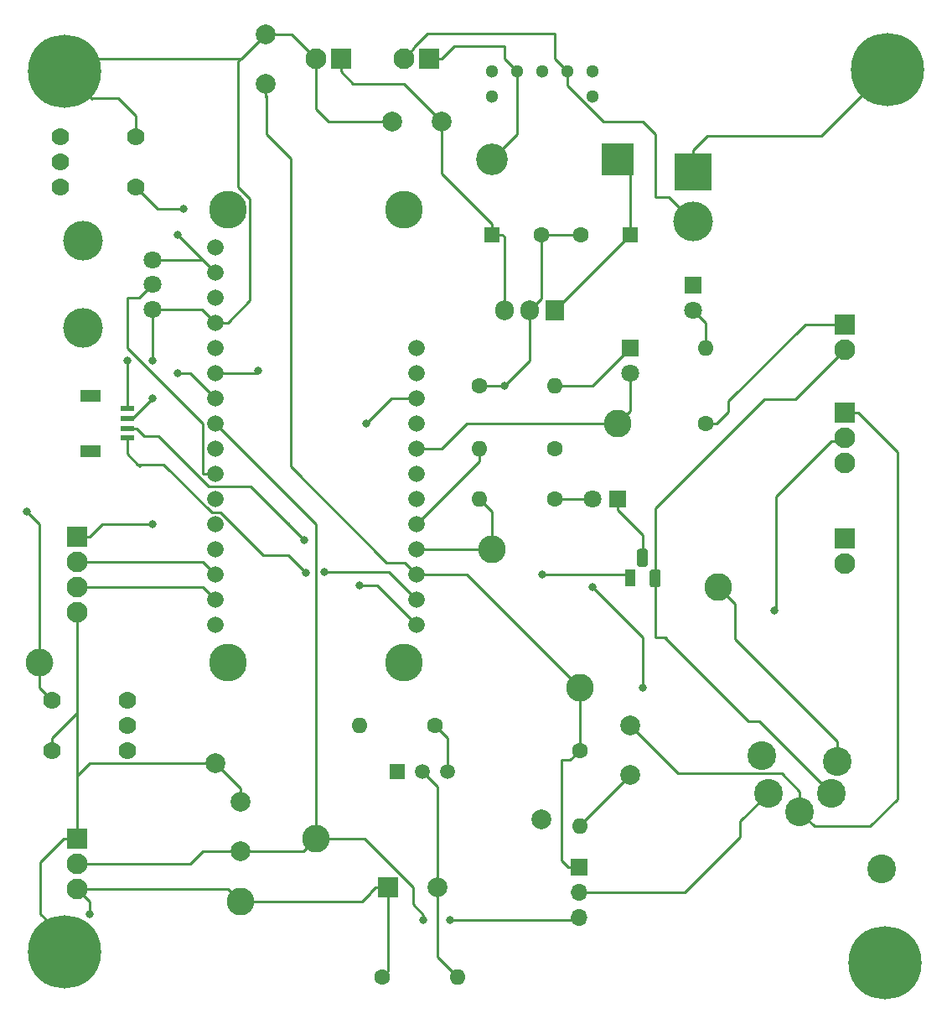
<source format=gbr>
G04 #@! TF.GenerationSoftware,KiCad,Pcbnew,(5.1.4)-1*
G04 #@! TF.CreationDate,2020-05-29T18:00:16-04:00*
G04 #@! TF.ProjectId,CameraTriggerSensorNodeOnly,43616d65-7261-4547-9269-676765725365,rev?*
G04 #@! TF.SameCoordinates,Original*
G04 #@! TF.FileFunction,Copper,L1,Top*
G04 #@! TF.FilePolarity,Positive*
%FSLAX46Y46*%
G04 Gerber Fmt 4.6, Leading zero omitted, Abs format (unit mm)*
G04 Created by KiCad (PCBNEW (5.1.4)-1) date 2020-05-29 18:00:16*
%MOMM*%
%LPD*%
G04 APERTURE LIST*
%ADD10C,2.900000*%
%ADD11O,1.700000X1.700000*%
%ADD12R,1.700000X1.700000*%
%ADD13C,4.000000*%
%ADD14C,1.800000*%
%ADD15R,1.998980X1.198880*%
%ADD16R,1.348740X0.599440*%
%ADD17C,2.100000*%
%ADD18R,2.100000X2.100000*%
%ADD19O,1.905000X2.000000*%
%ADD20R,1.905000X2.000000*%
%ADD21C,2.800000*%
%ADD22C,2.000000*%
%ADD23C,1.778000*%
%ADD24C,1.300000*%
%ADD25O,1.600000X1.600000*%
%ADD26C,1.600000*%
%ADD27R,3.800000X3.800000*%
%ADD28C,7.400000*%
%ADD29R,1.800000X1.800000*%
%ADD30O,3.200000X3.200000*%
%ADD31R,3.200000X3.200000*%
%ADD32R,1.600000X1.600000*%
%ADD33R,2.000000X2.000000*%
%ADD34C,1.665000*%
%ADD35C,3.810000*%
%ADD36C,0.100000*%
%ADD37C,1.100000*%
%ADD38R,1.100000X1.800000*%
%ADD39C,1.500000*%
%ADD40R,1.500000X1.500000*%
%ADD41C,0.800000*%
%ADD42C,0.250000*%
G04 APERTURE END LIST*
D10*
X164490400Y-112903000D03*
X161315400Y-110998000D03*
X160680400Y-107188000D03*
X172745400Y-118618000D03*
X168300400Y-107823000D03*
X167665400Y-110998000D03*
D11*
X142163800Y-123520200D03*
X142163800Y-120980200D03*
D12*
X142163800Y-118440200D03*
D13*
X92060000Y-55250000D03*
X92060000Y-64050000D03*
D14*
X99060000Y-57150000D03*
X99060000Y-59650000D03*
X99060000Y-62150000D03*
D15*
X92847160Y-70860920D03*
X92847160Y-76459080D03*
D16*
X96520000Y-75158600D03*
X96520000Y-74157840D03*
X96520000Y-73162160D03*
X96520000Y-72161400D03*
D17*
X91440000Y-92710000D03*
X91440000Y-90170000D03*
X91440000Y-87630000D03*
D18*
X91440000Y-85090000D03*
D19*
X134620000Y-62230000D03*
X137160000Y-62230000D03*
D20*
X139700000Y-62230000D03*
D21*
X87630000Y-97790000D03*
X146050000Y-73660000D03*
X133350000Y-86360000D03*
X107950000Y-121920000D03*
X156210000Y-90170000D03*
X142240000Y-100330000D03*
X115570000Y-115570000D03*
D22*
X138404600Y-113665000D03*
D23*
X96520000Y-106680000D03*
X96520000Y-104140000D03*
X96520000Y-101600000D03*
X88900000Y-101600000D03*
X88900000Y-106680000D03*
D24*
X140970000Y-38100000D03*
X138430000Y-38100000D03*
X135890000Y-38100000D03*
X143510000Y-38100000D03*
X133350000Y-38100000D03*
X143510000Y-40640000D03*
X133350000Y-40640000D03*
D25*
X142240000Y-114300000D03*
D26*
X142240000Y-106680000D03*
D25*
X139700000Y-69850000D03*
D26*
X132080000Y-69850000D03*
D25*
X154940000Y-66040000D03*
D26*
X154940000Y-73660000D03*
D25*
X132080000Y-76200000D03*
D26*
X139700000Y-76200000D03*
D25*
X132080000Y-81280000D03*
D26*
X139700000Y-81280000D03*
D17*
X124460000Y-36830000D03*
D18*
X127000000Y-36830000D03*
D17*
X115570000Y-36830000D03*
D18*
X118110000Y-36830000D03*
D17*
X169062400Y-77622400D03*
X169062400Y-75082400D03*
D18*
X169062400Y-72542400D03*
D17*
X169062400Y-66192400D03*
D18*
X169062400Y-63652400D03*
D17*
X91440000Y-120650000D03*
X91440000Y-118110000D03*
D18*
X91440000Y-115570000D03*
D17*
X169062400Y-87782400D03*
D18*
X169062400Y-85242400D03*
D13*
X153670000Y-53260000D03*
D27*
X153670000Y-48260000D03*
D28*
X90170000Y-127000000D03*
X173355000Y-37922200D03*
X90170000Y-38100000D03*
X173101000Y-128143000D03*
D22*
X105410000Y-107950000D03*
D14*
X153670000Y-62230000D03*
D29*
X153670000Y-59690000D03*
D30*
X133350000Y-46990000D03*
D31*
X146050000Y-46990000D03*
D14*
X147320000Y-68580000D03*
D29*
X147320000Y-66040000D03*
D14*
X143510000Y-81280000D03*
D29*
X146050000Y-81280000D03*
D22*
X110490000Y-34370000D03*
X110490000Y-39370000D03*
X107950000Y-111840000D03*
X107950000Y-116840000D03*
X147320000Y-109140000D03*
X147320000Y-104140000D03*
X123270000Y-43180000D03*
X128270000Y-43180000D03*
D26*
X138350000Y-54610000D03*
D32*
X133350000Y-54610000D03*
D26*
X142320000Y-54610000D03*
D32*
X147320000Y-54610000D03*
D22*
X127859800Y-120523000D03*
D33*
X122859800Y-120523000D03*
D34*
X125730000Y-66040000D03*
X125730000Y-68580000D03*
X125730000Y-71120000D03*
X125730000Y-73660000D03*
X125730000Y-76200000D03*
X125730000Y-78740000D03*
X125730000Y-81280000D03*
X125730000Y-83820000D03*
X125730000Y-86360000D03*
X125730000Y-88900000D03*
X125730000Y-91440000D03*
X125730000Y-93980000D03*
X105410000Y-93980000D03*
X105410000Y-91440000D03*
X105410000Y-88900000D03*
X105410000Y-86360000D03*
X105410000Y-83820000D03*
X105410000Y-81280000D03*
X105410000Y-78740000D03*
X105410000Y-76200000D03*
X105410000Y-73660000D03*
X105410000Y-71120000D03*
X105410000Y-68580000D03*
X105410000Y-66040000D03*
X105410000Y-63500000D03*
X105410000Y-60960000D03*
X105410000Y-58420000D03*
X105410000Y-55880000D03*
D35*
X106680000Y-52070000D03*
X124460000Y-52070000D03*
X106680000Y-97790000D03*
X124460000Y-97790000D03*
D36*
G36*
X148891955Y-86331324D02*
G01*
X148918650Y-86335284D01*
X148944828Y-86341841D01*
X148970238Y-86350933D01*
X148994634Y-86362472D01*
X149017782Y-86376346D01*
X149039458Y-86392422D01*
X149059454Y-86410546D01*
X149077578Y-86430542D01*
X149093654Y-86452218D01*
X149107528Y-86475366D01*
X149119067Y-86499762D01*
X149128159Y-86525172D01*
X149134716Y-86551350D01*
X149138676Y-86578045D01*
X149140000Y-86605000D01*
X149140000Y-87855000D01*
X149138676Y-87881955D01*
X149134716Y-87908650D01*
X149128159Y-87934828D01*
X149119067Y-87960238D01*
X149107528Y-87984634D01*
X149093654Y-88007782D01*
X149077578Y-88029458D01*
X149059454Y-88049454D01*
X149039458Y-88067578D01*
X149017782Y-88083654D01*
X148994634Y-88097528D01*
X148970238Y-88109067D01*
X148944828Y-88118159D01*
X148918650Y-88124716D01*
X148891955Y-88128676D01*
X148865000Y-88130000D01*
X148315000Y-88130000D01*
X148288045Y-88128676D01*
X148261350Y-88124716D01*
X148235172Y-88118159D01*
X148209762Y-88109067D01*
X148185366Y-88097528D01*
X148162218Y-88083654D01*
X148140542Y-88067578D01*
X148120546Y-88049454D01*
X148102422Y-88029458D01*
X148086346Y-88007782D01*
X148072472Y-87984634D01*
X148060933Y-87960238D01*
X148051841Y-87934828D01*
X148045284Y-87908650D01*
X148041324Y-87881955D01*
X148040000Y-87855000D01*
X148040000Y-86605000D01*
X148041324Y-86578045D01*
X148045284Y-86551350D01*
X148051841Y-86525172D01*
X148060933Y-86499762D01*
X148072472Y-86475366D01*
X148086346Y-86452218D01*
X148102422Y-86430542D01*
X148120546Y-86410546D01*
X148140542Y-86392422D01*
X148162218Y-86376346D01*
X148185366Y-86362472D01*
X148209762Y-86350933D01*
X148235172Y-86341841D01*
X148261350Y-86335284D01*
X148288045Y-86331324D01*
X148315000Y-86330000D01*
X148865000Y-86330000D01*
X148891955Y-86331324D01*
X148891955Y-86331324D01*
G37*
D37*
X148590000Y-87230000D03*
D36*
G36*
X150161955Y-88401324D02*
G01*
X150188650Y-88405284D01*
X150214828Y-88411841D01*
X150240238Y-88420933D01*
X150264634Y-88432472D01*
X150287782Y-88446346D01*
X150309458Y-88462422D01*
X150329454Y-88480546D01*
X150347578Y-88500542D01*
X150363654Y-88522218D01*
X150377528Y-88545366D01*
X150389067Y-88569762D01*
X150398159Y-88595172D01*
X150404716Y-88621350D01*
X150408676Y-88648045D01*
X150410000Y-88675000D01*
X150410000Y-89925000D01*
X150408676Y-89951955D01*
X150404716Y-89978650D01*
X150398159Y-90004828D01*
X150389067Y-90030238D01*
X150377528Y-90054634D01*
X150363654Y-90077782D01*
X150347578Y-90099458D01*
X150329454Y-90119454D01*
X150309458Y-90137578D01*
X150287782Y-90153654D01*
X150264634Y-90167528D01*
X150240238Y-90179067D01*
X150214828Y-90188159D01*
X150188650Y-90194716D01*
X150161955Y-90198676D01*
X150135000Y-90200000D01*
X149585000Y-90200000D01*
X149558045Y-90198676D01*
X149531350Y-90194716D01*
X149505172Y-90188159D01*
X149479762Y-90179067D01*
X149455366Y-90167528D01*
X149432218Y-90153654D01*
X149410542Y-90137578D01*
X149390546Y-90119454D01*
X149372422Y-90099458D01*
X149356346Y-90077782D01*
X149342472Y-90054634D01*
X149330933Y-90030238D01*
X149321841Y-90004828D01*
X149315284Y-89978650D01*
X149311324Y-89951955D01*
X149310000Y-89925000D01*
X149310000Y-88675000D01*
X149311324Y-88648045D01*
X149315284Y-88621350D01*
X149321841Y-88595172D01*
X149330933Y-88569762D01*
X149342472Y-88545366D01*
X149356346Y-88522218D01*
X149372422Y-88500542D01*
X149390546Y-88480546D01*
X149410542Y-88462422D01*
X149432218Y-88446346D01*
X149455366Y-88432472D01*
X149479762Y-88420933D01*
X149505172Y-88411841D01*
X149531350Y-88405284D01*
X149558045Y-88401324D01*
X149585000Y-88400000D01*
X150135000Y-88400000D01*
X150161955Y-88401324D01*
X150161955Y-88401324D01*
G37*
D37*
X149860000Y-89300000D03*
D38*
X147320000Y-89300000D03*
D39*
X126365000Y-108813600D03*
X128905000Y-108813600D03*
D40*
X123825000Y-108813600D03*
D26*
X127660400Y-104190800D03*
D25*
X120040400Y-104190800D03*
X129895600Y-129540000D03*
D26*
X122275600Y-129540000D03*
D23*
X97383600Y-44754800D03*
X97383600Y-49834800D03*
X89763600Y-49834800D03*
X89763600Y-47294800D03*
X89763600Y-44754800D03*
D41*
X96520000Y-67310000D03*
X99060000Y-67310000D03*
X138430000Y-88900000D03*
X134620000Y-69850000D03*
X120650000Y-73660000D03*
X99060000Y-83820000D03*
X99060000Y-71120000D03*
X92710000Y-123190000D03*
X101600000Y-54610000D03*
X126466600Y-123825000D03*
X129133600Y-123825000D03*
X161899600Y-92583000D03*
X101600000Y-68580000D03*
X86360000Y-82550000D03*
X148590000Y-100330000D03*
X143510000Y-90170000D03*
X116459000Y-88696800D03*
X114579400Y-88747600D03*
X114452400Y-85445600D03*
X120000000Y-90000000D03*
X102184200Y-52019200D03*
X109778800Y-68376800D03*
D42*
X104060000Y-62150000D02*
X105410000Y-63500000D01*
X99060000Y-62150000D02*
X104060000Y-62150000D01*
X107950000Y-110490000D02*
X107950000Y-111840000D01*
X105410000Y-107950000D02*
X107950000Y-110490000D01*
X88900000Y-124307410D02*
X87782590Y-123190000D01*
X88900000Y-129540000D02*
X88900000Y-124307410D01*
X90140000Y-115570000D02*
X91440000Y-115570000D01*
X87782590Y-117927410D02*
X90140000Y-115570000D01*
X87782590Y-123190000D02*
X87782590Y-117927410D01*
X88900000Y-36830000D02*
X108030000Y-36830000D01*
X138350000Y-54610000D02*
X142320000Y-54610000D01*
X138350000Y-61040000D02*
X137160000Y-62230000D01*
X138350000Y-54610000D02*
X138350000Y-61040000D01*
X147320000Y-88900000D02*
X138430000Y-88900000D01*
X132080000Y-69850000D02*
X134620000Y-69850000D01*
X137160000Y-67310000D02*
X137160000Y-62230000D01*
X134620000Y-69850000D02*
X137160000Y-67310000D01*
X113110000Y-34370000D02*
X115570000Y-36830000D01*
X110490000Y-34370000D02*
X113110000Y-34370000D01*
X115570000Y-36830000D02*
X115570000Y-41910000D01*
X116840000Y-43180000D02*
X123270000Y-43180000D01*
X115570000Y-41910000D02*
X116840000Y-43180000D01*
X142240000Y-114220000D02*
X142240000Y-114300000D01*
X147320000Y-109140000D02*
X142240000Y-114220000D01*
X106680000Y-63500000D02*
X108910001Y-61269999D01*
X105410000Y-63500000D02*
X106680000Y-63500000D01*
X108910001Y-61269999D02*
X108910001Y-50999599D01*
X108910001Y-50999599D02*
X107750401Y-49839999D01*
X91440000Y-102870000D02*
X91440000Y-92710000D01*
X138430000Y-88900000D02*
X138430000Y-88900000D01*
X134620000Y-69850000D02*
X134620000Y-69850000D01*
X99060000Y-67310000D02*
X99060000Y-62150000D01*
X96520000Y-72161400D02*
X96520000Y-67310000D01*
X88900000Y-106680000D02*
X88900000Y-105410000D01*
X88900000Y-105410000D02*
X91440000Y-102870000D01*
X91440000Y-102870000D02*
X91440000Y-109220000D01*
X92710000Y-107950000D02*
X105410000Y-107950000D01*
X91440000Y-109220000D02*
X92710000Y-107950000D01*
X91440000Y-109220000D02*
X91440000Y-115570000D01*
X107750401Y-37109599D02*
X108117000Y-36743000D01*
X107750401Y-49839999D02*
X107750401Y-37109599D01*
X108030000Y-36830000D02*
X108117000Y-36743000D01*
X108117000Y-36743000D02*
X110490000Y-34370000D01*
X92913200Y-40843200D02*
X95656400Y-40843200D01*
X92913200Y-40843200D02*
X88900000Y-36830000D01*
X93019999Y-40949999D02*
X92913200Y-40843200D01*
X97383600Y-42570400D02*
X97383600Y-44754800D01*
X95656400Y-40843200D02*
X97383600Y-42570400D01*
X153670000Y-46110000D02*
X155117800Y-44662200D01*
X153670000Y-48260000D02*
X153670000Y-46110000D01*
X166615000Y-44662200D02*
X173355000Y-37922200D01*
X155117800Y-44662200D02*
X166615000Y-44662200D01*
X147320000Y-48260000D02*
X146050000Y-46990000D01*
X147320000Y-54610000D02*
X147320000Y-48260000D01*
X139700000Y-62230000D02*
X147320000Y-54610000D01*
X134400000Y-54610000D02*
X133350000Y-54610000D01*
X134620000Y-54830000D02*
X134400000Y-54610000D01*
X134620000Y-62230000D02*
X134620000Y-54830000D01*
X128270000Y-44594213D02*
X128270000Y-43180000D01*
X128270000Y-48480000D02*
X128270000Y-44594213D01*
X133350000Y-53560000D02*
X128270000Y-48480000D01*
X133350000Y-54610000D02*
X133350000Y-53560000D01*
X118110000Y-38130000D02*
X118110000Y-36830000D01*
X119350000Y-39370000D02*
X118110000Y-38130000D01*
X124460000Y-39370000D02*
X119350000Y-39370000D01*
X128270000Y-43180000D02*
X124460000Y-39370000D01*
X92740000Y-85090000D02*
X94010000Y-83820000D01*
X91440000Y-85090000D02*
X92740000Y-85090000D01*
X94010000Y-83820000D02*
X99060000Y-83820000D01*
X99060000Y-83820000D02*
X99060000Y-83820000D01*
X123190000Y-71120000D02*
X120650000Y-73660000D01*
X125730000Y-71120000D02*
X123190000Y-71120000D01*
X168300400Y-105772391D02*
X157937200Y-95409191D01*
X168300400Y-107823000D02*
X168300400Y-105772391D01*
X157937200Y-91897200D02*
X156210000Y-90170000D01*
X157937200Y-95409191D02*
X157937200Y-91897200D01*
X156071370Y-73660000D02*
X157265170Y-72466200D01*
X154940000Y-73660000D02*
X156071370Y-73660000D01*
X157265170Y-72466200D02*
X157265170Y-71436430D01*
X165049200Y-63652400D02*
X169062400Y-63652400D01*
X157265170Y-71436430D02*
X165049200Y-63652400D01*
X104140000Y-57150000D02*
X105410000Y-58420000D01*
X99060000Y-57150000D02*
X104140000Y-57150000D01*
X106680000Y-120650000D02*
X107950000Y-121920000D01*
X91440000Y-120650000D02*
X106680000Y-120650000D01*
X104140000Y-57150000D02*
X101600000Y-54610000D01*
X97017840Y-73162160D02*
X96520000Y-73162160D01*
X99060000Y-71120000D02*
X97017840Y-73162160D01*
X92710000Y-121920000D02*
X91440000Y-120650000D01*
X92710000Y-123190000D02*
X92710000Y-121920000D01*
X122859800Y-128955800D02*
X122275600Y-129540000D01*
X122859800Y-120523000D02*
X122859800Y-128955800D01*
X121609800Y-120523000D02*
X122859800Y-120523000D01*
X121107200Y-121025600D02*
X121609800Y-120523000D01*
X121107200Y-121107200D02*
X121107200Y-121025600D01*
X120294400Y-121920000D02*
X121107200Y-121107200D01*
X107950000Y-121920000D02*
X120294400Y-121920000D01*
X164490400Y-110852391D02*
X162654809Y-109016800D01*
X164490400Y-112903000D02*
X164490400Y-110852391D01*
X152196800Y-109016800D02*
X147320000Y-104140000D01*
X162654809Y-109016800D02*
X152196800Y-109016800D01*
X165940399Y-114352999D02*
X171600201Y-114352999D01*
X164490400Y-112903000D02*
X165940399Y-114352999D01*
X171600201Y-114352999D02*
X174371000Y-111582200D01*
X170362400Y-72542400D02*
X169062400Y-72542400D01*
X174371000Y-76551000D02*
X170362400Y-72542400D01*
X174371000Y-111582200D02*
X174371000Y-76551000D01*
X91440000Y-118110000D02*
X102870000Y-118110000D01*
X104140000Y-116840000D02*
X107950000Y-116840000D01*
X102870000Y-118110000D02*
X104140000Y-116840000D01*
X114300000Y-116840000D02*
X115570000Y-115570000D01*
X107950000Y-116840000D02*
X114300000Y-116840000D01*
X115570000Y-83820000D02*
X105410000Y-73660000D01*
X115570000Y-115570000D02*
X115570000Y-83820000D01*
X141859000Y-123825000D02*
X142163800Y-123520200D01*
X129133600Y-123825000D02*
X141859000Y-123825000D01*
X126466600Y-123259315D02*
X125399800Y-122192515D01*
X126466600Y-123825000D02*
X126466600Y-123259315D01*
X117549898Y-115570000D02*
X115570000Y-115570000D01*
X120491802Y-115570000D02*
X117549898Y-115570000D01*
X125399800Y-120477998D02*
X120491802Y-115570000D01*
X125399800Y-122192515D02*
X125399800Y-120477998D01*
X130810000Y-88900000D02*
X142240000Y-100330000D01*
X125730000Y-88900000D02*
X130810000Y-88900000D01*
X142240000Y-106680000D02*
X142240000Y-100330000D01*
X122742499Y-87742499D02*
X113025000Y-78025000D01*
X125730000Y-88900000D02*
X124572499Y-87742499D01*
X124572499Y-87742499D02*
X122742499Y-87742499D01*
X113025000Y-78025000D02*
X113025000Y-46908800D01*
X113025000Y-46908800D02*
X110566200Y-44450000D01*
X110566200Y-40614600D02*
X110490000Y-40538400D01*
X110566200Y-44450000D02*
X110566200Y-40614600D01*
X110490000Y-40784213D02*
X110490000Y-40538400D01*
X110490000Y-40538400D02*
X110490000Y-39370000D01*
X141063800Y-118440200D02*
X140411200Y-117787600D01*
X142163800Y-118440200D02*
X141063800Y-118440200D01*
X140411200Y-117787600D02*
X140411200Y-107670600D01*
X141249400Y-107670600D02*
X142240000Y-106680000D01*
X140411200Y-107670600D02*
X141249400Y-107670600D01*
X168703399Y-75441401D02*
X169062400Y-75082400D01*
X167687399Y-75441401D02*
X168703399Y-75441401D01*
X162077400Y-81051400D02*
X167687399Y-75441401D01*
X162077400Y-92405200D02*
X162077400Y-81051400D01*
X161899600Y-92583000D02*
X162077400Y-92405200D01*
X139700000Y-81280000D02*
X143510000Y-81280000D01*
X148590000Y-84970000D02*
X148590000Y-87900000D01*
X146050000Y-82430000D02*
X148590000Y-84970000D01*
X146050000Y-81280000D02*
X146050000Y-82430000D01*
X147320000Y-72390000D02*
X146050000Y-73660000D01*
X147320000Y-68580000D02*
X147320000Y-72390000D01*
X125730000Y-76200000D02*
X128270000Y-76200000D01*
X130810000Y-73660000D02*
X146050000Y-73660000D01*
X128270000Y-76200000D02*
X130810000Y-73660000D01*
X143510000Y-69850000D02*
X147320000Y-66040000D01*
X139700000Y-69850000D02*
X143510000Y-69850000D01*
X133350000Y-46990000D02*
X135890000Y-44450000D01*
X135890000Y-44450000D02*
X135890000Y-38100000D01*
X128300000Y-36830000D02*
X129570000Y-35560000D01*
X127000000Y-36830000D02*
X128300000Y-36830000D01*
X129570000Y-35560000D02*
X134620000Y-35560000D01*
X134620000Y-36830000D02*
X135890000Y-38100000D01*
X134620000Y-35560000D02*
X134620000Y-36830000D01*
X154940000Y-63500000D02*
X153670000Y-62230000D01*
X154940000Y-66040000D02*
X154940000Y-63500000D01*
X88900000Y-97790000D02*
X87630000Y-96520000D01*
X102870000Y-68580000D02*
X105410000Y-71120000D01*
X101600000Y-68580000D02*
X102870000Y-68580000D01*
X87630000Y-96520000D02*
X87630000Y-83820000D01*
X87630000Y-83820000D02*
X86360000Y-82550000D01*
X87630000Y-100330000D02*
X88900000Y-101600000D01*
X87630000Y-97790000D02*
X87630000Y-100330000D01*
X125730000Y-86360000D02*
X133350000Y-86360000D01*
X133350000Y-82550000D02*
X132080000Y-81280000D01*
X133350000Y-86360000D02*
X133350000Y-82550000D01*
X132080000Y-77470000D02*
X132080000Y-76200000D01*
X125730000Y-83820000D02*
X132080000Y-77470000D01*
X125509999Y-35634999D02*
X126854998Y-34290000D01*
X124460000Y-36830000D02*
X125509999Y-35780001D01*
X125509999Y-35780001D02*
X125509999Y-35634999D01*
X126854998Y-34290000D02*
X139700000Y-34290000D01*
X139700000Y-36830000D02*
X140970000Y-38100000D01*
X139700000Y-34290000D02*
X139700000Y-36830000D01*
X153670000Y-53260000D02*
X151210000Y-50800000D01*
X151210000Y-50800000D02*
X149860000Y-50800000D01*
X149860000Y-50800000D02*
X149860000Y-44450000D01*
X149860000Y-44450000D02*
X148590000Y-43180000D01*
X140970000Y-39019238D02*
X140970000Y-38100000D01*
X140970000Y-39543002D02*
X140970000Y-39019238D01*
X144606998Y-43180000D02*
X140970000Y-39543002D01*
X148590000Y-43180000D02*
X144606998Y-43180000D01*
X148590000Y-95250000D02*
X143510000Y-90170000D01*
X148590000Y-100330000D02*
X148590000Y-95250000D01*
X104140000Y-87630000D02*
X105410000Y-88900000D01*
X91440000Y-87630000D02*
X104140000Y-87630000D01*
X104140000Y-90170000D02*
X105410000Y-91440000D01*
X91440000Y-90170000D02*
X104140000Y-90170000D01*
X125730000Y-91440000D02*
X124897501Y-90607501D01*
X124841000Y-90551000D02*
X125730000Y-91440000D01*
X116459000Y-88696800D02*
X122986800Y-88696800D01*
X122986800Y-88696800D02*
X124841000Y-90551000D01*
X96520000Y-75158600D02*
X96520000Y-76744999D01*
X105965601Y-82662499D02*
X110301301Y-86998199D01*
X105090699Y-82662499D02*
X105965601Y-82662499D01*
X100234199Y-77805999D02*
X105090699Y-82662499D01*
X97581001Y-77805999D02*
X100234199Y-77805999D01*
X97581001Y-77805999D02*
X97790000Y-78014999D01*
X96520000Y-76744999D02*
X97581001Y-77805999D01*
X112829999Y-86998199D02*
X113665000Y-87833200D01*
X110301301Y-86998199D02*
X112829999Y-86998199D01*
X113665000Y-87833200D02*
X114579400Y-88747600D01*
X99693590Y-74930000D02*
X104763590Y-80000000D01*
X98216530Y-74930000D02*
X99693590Y-74930000D01*
X96520000Y-74157840D02*
X97444370Y-74157840D01*
X97444370Y-74157840D02*
X98216530Y-74930000D01*
X121750000Y-90000000D02*
X125730000Y-93980000D01*
X120000000Y-90000000D02*
X120000000Y-90000000D01*
X120000000Y-90000000D02*
X121750000Y-90000000D01*
X104763590Y-80000000D02*
X108956000Y-80000000D01*
X108956000Y-80000000D02*
X112750600Y-83794600D01*
X112801400Y-83794600D02*
X112979200Y-83972400D01*
X112750600Y-83794600D02*
X112801400Y-83794600D01*
X114452400Y-85445600D02*
X112979200Y-83972400D01*
X112979200Y-83972400D02*
X112750600Y-83743800D01*
X105410000Y-78740000D02*
X104140000Y-78740000D01*
X104140000Y-73660000D02*
X96520000Y-66040000D01*
X104140000Y-78740000D02*
X104140000Y-73660000D01*
X96520000Y-66040000D02*
X96520000Y-60960000D01*
X97750000Y-60960000D02*
X99060000Y-59650000D01*
X96520000Y-60960000D02*
X97750000Y-60960000D01*
X127859800Y-127504200D02*
X129895600Y-129540000D01*
X127859800Y-120523000D02*
X127859800Y-127504200D01*
X127859800Y-110308400D02*
X126365000Y-108813600D01*
X127859800Y-120523000D02*
X127859800Y-110308400D01*
X99568000Y-52019200D02*
X102184200Y-52019200D01*
X97383600Y-49834800D02*
X99568000Y-52019200D01*
X109575600Y-68580000D02*
X109778800Y-68376800D01*
X105410000Y-68580000D02*
X109575600Y-68580000D01*
X128905000Y-105435400D02*
X127660400Y-104190800D01*
X128905000Y-108813600D02*
X128905000Y-105435400D01*
X149860000Y-88900000D02*
X149860000Y-95250000D01*
X167665400Y-110998000D02*
X160375600Y-103708200D01*
X159308800Y-103708200D02*
X150850600Y-95250000D01*
X160375600Y-103708200D02*
X159308800Y-103708200D01*
X149860000Y-95250000D02*
X150850600Y-95250000D01*
X150850600Y-95250000D02*
X150984998Y-95250000D01*
X149860000Y-88900000D02*
X149860000Y-82219800D01*
X149860000Y-82219800D02*
X160858200Y-71221600D01*
X164033200Y-71221600D02*
X169062400Y-66192400D01*
X160858200Y-71221600D02*
X164033200Y-71221600D01*
X142163800Y-120980200D02*
X152882600Y-120980200D01*
X152882600Y-120980200D02*
X158470600Y-115392200D01*
X158470600Y-113842800D02*
X161315400Y-110998000D01*
X158470600Y-115392200D02*
X158470600Y-113842800D01*
M02*

</source>
